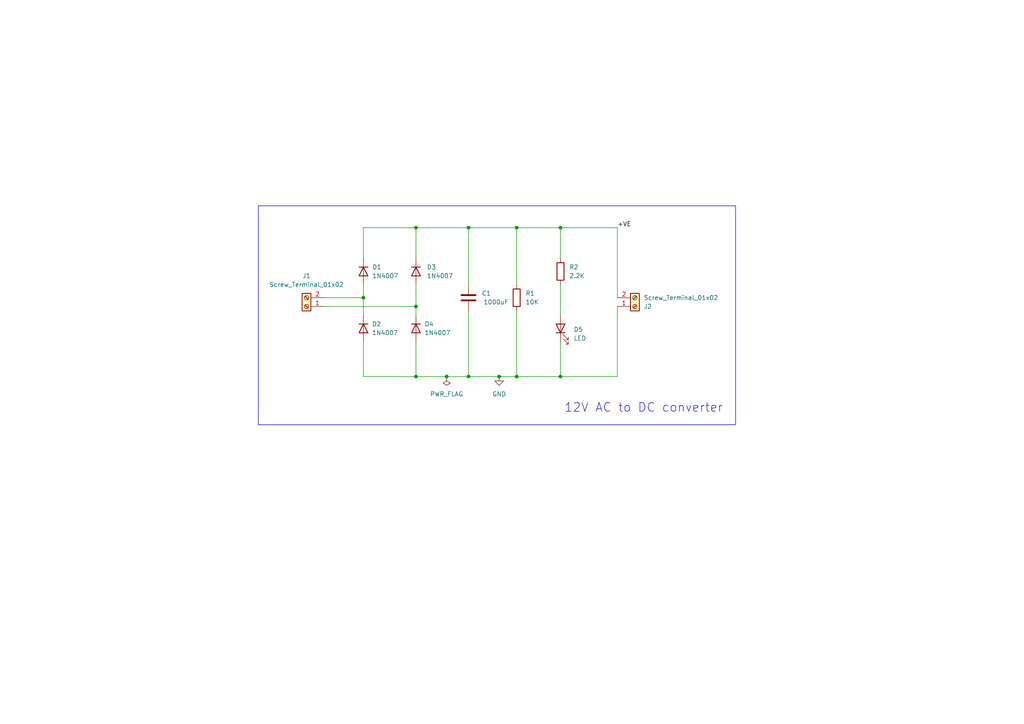
<source format=kicad_sch>
(kicad_sch (version 20250114) (generator "eeschema") (generator_version "9.0")
  (paper "A4")
  (title_block (title "AC to DC converter") (date "2025-03-12") (company "Otakutronics"))
  (lib_symbols
    (symbol "Connector:Screw_Terminal_01x02" (pin_names (offset 1.016) (hide yes))
      (property "Reference" "J" (at 0 2.54 0))
      (property "Value" "Screw_Terminal_01x02" (at 0 -5.08 0))
      (symbol "Screw_Terminal_01x02_1_1"
        (rectangle (start -1.27 1.27) (end 1.27 -3.81) (stroke (width 0.254)) (fill (type background)))
        (polyline (pts (xy -0.5334 0.3302) (xy 0.3302 -0.508)) (stroke (width 0.1524)))
        (polyline (pts (xy -0.5334 -2.2098) (xy 0.3302 -3.048)) (stroke (width 0.1524)))
        (polyline (pts (xy -0.3556 0.508) (xy 0.508 -0.3302)) (stroke (width 0.1524)))
        (polyline (pts (xy -0.3556 -2.032) (xy 0.508 -2.8702)) (stroke (width 0.1524)))
        (circle (center 0 0) (radius 0.635) (stroke (width 0.1524)))
        (circle (center 0 -2.54) (radius 0.635) (stroke (width 0.1524)))
        (pin passive line (at -5.08 0 0) (length 3.81) (name "Pin_1") (number "1"))
        (pin passive line (at -5.08 -2.54 0) (length 3.81) (name "Pin_2") (number "2"))
      )
    )
    (symbol "Device:C" (pin_numbers (hide yes)) (pin_names (offset 0.254))
      (property "Reference" "C" (at 0.635 2.54 0))
      (property "Value" "C" (at 0.635 -2.54 0))
      (symbol "C_0_1"
        (polyline (pts (xy -2.032 0.762) (xy 2.032 0.762)) (stroke (width 0.508)))
        (polyline (pts (xy -2.032 -0.762) (xy 2.032 -0.762)) (stroke (width 0.508)))
      )
      (symbol "C_1_1"
        (pin passive line (at 0 3.81 270) (length 2.794) (name "~") (number "1"))
        (pin passive line (at 0 -3.81 90) (length 2.794) (name "~") (number "2"))
      )
    )
    (symbol "Device:LED" (pin_numbers (hide yes)) (pin_names (offset 1.016) (hide yes))
      (property "Reference" "D" (at 0 2.54 0))
      (property "Value" "LED" (at 0 -2.54 0))
      (symbol "LED_0_1"
        (polyline (pts (xy -3.048 -0.762) (xy -4.572 -2.286) (xy -3.81 -2.286) (xy -4.572 -2.286) (xy -4.572 -1.524)))
        (polyline (pts (xy -1.778 -0.762) (xy -3.302 -2.286) (xy -2.54 -2.286) (xy -3.302 -2.286) (xy -3.302 -1.524)))
        (polyline (pts (xy -1.27 0) (xy 1.27 0)))
        (polyline (pts (xy -1.27 -1.27) (xy -1.27 1.27)) (stroke (width 0.254)))
        (polyline (pts (xy 1.27 -1.27) (xy 1.27 1.27) (xy -1.27 0) (xy 1.27 -1.27)) (stroke (width 0.254)))
      )
      (symbol "LED_1_1"
        (pin passive line (at -3.81 0 0) (length 2.54) (name "K") (number "1"))
        (pin passive line (at 3.81 0 180) (length 2.54) (name "A") (number "2"))
      )
    )
    (symbol "Device:R" (pin_numbers (hide yes)) (pin_names (offset 0))
      (property "Reference" "R" (at 2.032 0 90))
      (property "Value" "R" (at 0 0 90))
      (symbol "R_0_1"
        (rectangle (start -1.016 -2.54) (end 1.016 2.54) (stroke (width 0.254)))
      )
      (symbol "R_1_1"
        (pin passive line (at 0 3.81 270) (length 1.27) (name "~") (number "1"))
        (pin passive line (at 0 -3.81 90) (length 1.27) (name "~") (number "2"))
      )
    )
    (symbol "Diode:1N4007" (pin_numbers (hide yes)) (pin_names (hide yes))
      (property "Reference" "D" (at 0 2.54 0))
      (property "Value" "1N4007" (at 0 -2.54 0))
      (symbol "1N4007_0_1"
        (polyline (pts (xy -1.27 1.27) (xy -1.27 -1.27)) (stroke (width 0.254)))
        (polyline (pts (xy 1.27 1.27) (xy 1.27 -1.27) (xy -1.27 0) (xy 1.27 1.27)) (stroke (width 0.254)))
        (polyline (pts (xy 1.27 0) (xy -1.27 0)))
      )
      (symbol "1N4007_1_1"
        (pin passive line (at -3.81 0 0) (length 2.54) (name "K") (number "1"))
        (pin passive line (at 3.81 0 180) (length 2.54) (name "A") (number "2"))
      )
    )
    (symbol "power:GND" (power) (pin_numbers (hide yes)) (pin_names (offset 0) (hide yes))
      (property "Value" "GND" (at 0 -3.81 0))
      (symbol "GND_0_1"
        (polyline (pts (xy 0 0) (xy 0 -1.27) (xy 1.27 -1.27) (xy 0 -2.54) (xy -1.27 -1.27) (xy 0 -1.27)))
      )
      (symbol "GND_1_1"
        (pin power_in line (at 0 0 270) (length 0) (name "~") (number "1"))
      )
    )
    (symbol "power:PWR_FLAG" (power) (pin_numbers (hide yes)) (pin_names (offset 0) (hide yes))
      (property "Value" "PWR_FLAG" (at 0 3.81 0))
      (symbol "PWR_FLAG_0_0"
        (pin power_out line (at 0 0 90) (length 0) (name "~") (number "1"))
      )
      (symbol "PWR_FLAG_0_1"
        (polyline (pts (xy 0 0) (xy 0 1.27) (xy -1.016 1.905) (xy 0 2.54) (xy 1.016 1.905) (xy 0 1.27)))
      )
    )
  )
  (rectangle (start 74.93 59.69) (end 213.36 123.19))
  (text "12V AC to DC converter\n" (at 186.69 118.364 0) (effects (font (size 2.54 2.54))))
  (junction (at 120.65 88.9))
  (junction (at 129.54 109.22))
  (junction (at 105.41 86.36))
  (junction (at 120.65 109.22))
  (junction (at 135.89 66.04))
  (junction (at 149.86 66.04))
  (junction (at 149.86 109.22))
  (junction (at 135.89 109.22))
  (junction (at 120.65 66.04))
  (junction (at 162.56 109.22))
  (junction (at 144.78 109.22))
  (junction (at 162.56 66.04))
  (wire (pts (xy 93.98 88.9) (xy 120.65 88.9)))
  (wire (pts (xy 149.86 66.04) (xy 135.89 66.04)))
  (wire (pts (xy 149.86 82.55) (xy 149.86 66.04)))
  (wire (pts (xy 135.89 82.55) (xy 135.89 66.04)))
  (wire (pts (xy 149.86 109.22) (xy 144.78 109.22)))
  (wire (pts (xy 179.07 109.22) (xy 162.56 109.22)))
  (wire (pts (xy 120.65 82.55) (xy 120.65 88.9)))
  (wire (pts (xy 162.56 109.22) (xy 149.86 109.22)))
  (wire (pts (xy 129.54 109.22) (xy 120.65 109.22)))
  (wire (pts (xy 120.65 88.9) (xy 120.65 91.44)))
  (wire (pts (xy 105.41 82.55) (xy 105.41 86.36)))
  (wire (pts (xy 149.86 90.17) (xy 149.86 109.22)))
  (wire (pts (xy 135.89 90.17) (xy 135.89 109.22)))
  (wire (pts (xy 162.56 74.93) (xy 162.56 66.04)))
  (wire (pts (xy 162.56 66.04) (xy 149.86 66.04)))
  (wire (pts (xy 105.41 86.36) (xy 105.41 91.44)))
  (wire (pts (xy 162.56 99.06) (xy 162.56 109.22)))
  (wire (pts (xy 179.07 88.9) (xy 179.07 109.22)))
  (wire (pts (xy 179.07 66.04) (xy 162.56 66.04)))
  (wire (pts (xy 135.89 109.22) (xy 129.54 109.22)))
  (wire (pts (xy 179.07 86.36) (xy 179.07 66.04)))
  (wire (pts (xy 105.41 66.04) (xy 120.65 66.04)))
  (wire (pts (xy 93.98 86.36) (xy 105.41 86.36)))
  (wire (pts (xy 105.41 99.06) (xy 105.41 109.22)))
  (wire (pts (xy 144.78 109.22) (xy 135.89 109.22)))
  (wire (pts (xy 135.89 66.04) (xy 120.65 66.04)))
  (wire (pts (xy 105.41 74.93) (xy 105.41 66.04)))
  (wire (pts (xy 120.65 109.22) (xy 120.65 99.06)))
  (wire (pts (xy 105.41 109.22) (xy 120.65 109.22)))
  (wire (pts (xy 162.56 82.55) (xy 162.56 91.44)))
  (wire (pts (xy 120.65 66.04) (xy 120.65 74.93)))
  (label "+VE" (at 179.07 66.04 0))
  (symbol (lib_id "Diode:1N4007") (at 120.65 78.74 270) (unit 1)
    (property "Reference" "D3" (at 123.7948 77.4699 90) (effects (justify left)))
    (property "Value" "1N4007" (at 123.7948 80.0099 90) (effects (justify left)))
    (property "Footprint" "Diode_THT:D_DO-41_SOD81_P10.16mm_Horizontal" (effects (hide yes)))
    (property "Datasheet" "http://www.vishay.com/docs/88503/1n4001.pdf" (effects (hide yes)))
    (property "Description" "1000V 1A General Purpose Rectifier Diode, DO-41" (effects (hide yes)))
    (property "Sim.Device" "D" (effects (hide yes)))
    (property "Sim.Pins" "1=K 2=A" (effects (hide yes)))
  )
  (symbol (lib_id "Diode:1N4007") (at 105.41 78.74 270) (unit 1)
    (property "Reference" "D1" (at 107.95 77.4699 90) (effects (justify left)))
    (property "Value" "1N4007" (at 107.95 80.0099 90) (effects (justify left)))
    (property "Footprint" "Diode_THT:D_DO-41_SOD81_P10.16mm_Horizontal" (effects (hide yes)))
    (property "Datasheet" "http://www.vishay.com/docs/88503/1n4001.pdf" (effects (hide yes)))
    (property "Description" "1000V 1A General Purpose Rectifier Diode, DO-41" (effects (hide yes)))
    (property "Sim.Device" "D" (effects (hide yes)))
    (property "Sim.Pins" "1=K 2=A" (effects (hide yes)))
  )
  (symbol (lib_id "Device:LED") (at 162.56 95.25 90) (unit 1)
    (property "Reference" "D5" (at 166.37 95.5674 90) (effects (justify right)))
    (property "Value" "LED" (at 166.37 98.1074 90) (effects (justify right)))
    (property "Footprint" "LED_THT:LED_D5.0mm" (effects (hide yes)))
    (property "Description" "Light emitting diode" (effects (hide yes)))
    (property "Sim.Pins" "1=K 2=A" (effects (hide yes)))
  )
  (symbol (lib_id "Connector:Screw_Terminal_01x02") (at 88.9 88.9 180) (unit 1)
    (property "Reference" "J1" (at 88.9 80.01 0))
    (property "Value" "Screw_Terminal_01x02" (at 88.9 82.55 0))
    (property "Footprint" "TerminalBlock:TerminalBlock_bornier-2_P5.08mm" (effects (hide yes)))
    (property "Description" "Generic screw terminal, single row, 01x02, script generated (kicad-library-utils/schlib/autogen/connector/)" (effects (hide yes)))
  )
  (symbol (lib_id "Diode:1N4007") (at 105.41 95.25 270) (unit 1)
    (property "Reference" "D2" (at 107.8657 93.9799 90) (effects (justify left)))
    (property "Value" "1N4007" (at 107.8657 96.5199 90) (effects (justify left)))
    (property "Footprint" "Diode_THT:D_DO-41_SOD81_P10.16mm_Horizontal" (effects (hide yes)))
    (property "Datasheet" "http://www.vishay.com/docs/88503/1n4001.pdf" (effects (hide yes)))
    (property "Description" "1000V 1A General Purpose Rectifier Diode, DO-41" (effects (hide yes)))
    (property "Sim.Device" "D" (effects (hide yes)))
    (property "Sim.Pins" "1=K 2=A" (effects (hide yes)))
  )
  (symbol (lib_id "Device:R") (at 149.86 86.36 0) (unit 1)
    (property "Reference" "R1" (at 152.4 85.0899 0) (effects (justify left)))
    (property "Value" "10K" (at 152.4 87.6299 0) (effects (justify left)))
    (property "Footprint" "Resistor_THT:R_Axial_DIN0204_L3.6mm_D1.6mm_P5.08mm_Horizontal" (effects (hide yes)))
    (property "Description" "Resistor" (effects (hide yes)))
  )
  (symbol (lib_id "Device:C") (at 135.89 86.36 0) (unit 1)
    (property "Reference" "C1" (at 139.7 85.0899 0) (effects (justify left)))
    (property "Value" "1000uF" (at 140.208 87.63 0) (effects (justify left)))
    (property "Footprint" "Capacitor_THT:CP_Radial_D8.0mm_P3.50mm" (effects (hide yes)))
    (property "Description" "Unpolarized capacitor" (effects (hide yes)))
  )
  (symbol (lib_id "power:GND") (at 144.78 109.22 0) (unit 1)
    (property "Reference" "#PWR01" (effects (hide yes)))
    (property "Value" "GND" (at 144.78 114.3 0))
    (property "Description" "Power symbol creates a global label with name \"GND\" , ground" (effects (hide yes)))
  )
  (symbol (lib_id "Diode:1N4007") (at 120.65 95.25 270) (unit 1)
    (property "Reference" "D4" (at 123.1057 93.9799 90) (effects (justify left)))
    (property "Value" "1N4007" (at 123.1057 96.5199 90) (effects (justify left)))
    (property "Footprint" "Diode_THT:D_DO-41_SOD81_P10.16mm_Horizontal" (effects (hide yes)))
    (property "Datasheet" "http://www.vishay.com/docs/88503/1n4001.pdf" (effects (hide yes)))
    (property "Description" "1000V 1A General Purpose Rectifier Diode, DO-41" (effects (hide yes)))
    (property "Sim.Device" "D" (effects (hide yes)))
    (property "Sim.Pins" "1=K 2=A" (effects (hide yes)))
  )
  (symbol (lib_id "Connector:Screw_Terminal_01x02") (at 184.15 88.9 0) (mirror x) (unit 1)
    (property "Reference" "J2" (at 186.69 88.9001 0) (effects (justify left)))
    (property "Value" "Screw_Terminal_01x02" (at 186.69 86.3601 0) (effects (justify left)))
    (property "Footprint" "TerminalBlock:TerminalBlock_bornier-2_P5.08mm" (effects (hide yes)))
    (property "Description" "Generic screw terminal, single row, 01x02, script generated (kicad-library-utils/schlib/autogen/connector/)" (effects (hide yes)))
  )
  (symbol (lib_id "power:PWR_FLAG") (at 129.54 109.22 180) (unit 1)
    (property "Reference" "#FLG01" (effects (hide yes)))
    (property "Value" "PWR_FLAG" (at 129.54 114.3 0))
    (property "Description" "Special symbol for telling ERC where power comes from" (effects (hide yes)))
  )
  (symbol (lib_id "Device:R") (at 162.56 78.74 0) (unit 1)
    (property "Reference" "R2" (at 165.1 77.4699 0) (effects (justify left)))
    (property "Value" "2.2K" (at 165.1 80.0099 0) (effects (justify left)))
    (property "Footprint" "Resistor_THT:R_Axial_DIN0204_L3.6mm_D1.6mm_P5.08mm_Horizontal" (effects (hide yes)))
    (property "Description" "Resistor" (effects (hide yes)))
  )
)
</source>
